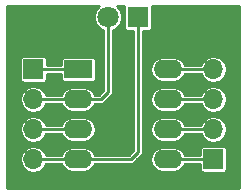
<source format=gbr>
G04 #@! TF.FileFunction,Copper,L1,Top,Signal*
%FSLAX46Y46*%
G04 Gerber Fmt 4.6, Leading zero omitted, Abs format (unit mm)*
G04 Created by KiCad (PCBNEW 4.0.7) date 06/18/18 13:49:13*
%MOMM*%
%LPD*%
G01*
G04 APERTURE LIST*
%ADD10C,0.100000*%
%ADD11R,1.800000X1.800000*%
%ADD12C,1.800000*%
%ADD13R,1.700000X1.700000*%
%ADD14O,1.700000X1.700000*%
%ADD15R,2.400000X1.600000*%
%ADD16O,2.400000X1.600000*%
%ADD17C,0.250000*%
%ADD18C,0.254000*%
G04 APERTURE END LIST*
D10*
D11*
X12065000Y15240000D03*
D12*
X9525000Y15240000D03*
D13*
X18415000Y3175000D03*
D14*
X18415000Y5715000D03*
X18415000Y8255000D03*
X18415000Y10795000D03*
D13*
X3175000Y10795000D03*
D14*
X3175000Y8255000D03*
X3175000Y5715000D03*
X3175000Y3175000D03*
D15*
X6985000Y10795000D03*
D16*
X14605000Y3175000D03*
X6985000Y8255000D03*
X14605000Y5715000D03*
X6985000Y5715000D03*
X14605000Y8255000D03*
X6985000Y3175000D03*
X14605000Y10795000D03*
D17*
X3175000Y3175000D02*
X6985000Y3175000D01*
X6985000Y3175000D02*
X11430000Y3175000D01*
X11430000Y3175000D02*
X12065000Y3810000D01*
X12065000Y3810000D02*
X12065000Y15240000D01*
X3175000Y8255000D02*
X6985000Y8255000D01*
X6985000Y8255000D02*
X8890000Y8255000D01*
X8890000Y8255000D02*
X9525000Y8890000D01*
X9525000Y8890000D02*
X9525000Y15240000D01*
X18415000Y3175000D02*
X14605000Y3175000D01*
X14605000Y5715000D02*
X18415000Y5715000D01*
X18415000Y8255000D02*
X14605000Y8255000D01*
X14605000Y10795000D02*
X18415000Y10795000D01*
X3175000Y10795000D02*
X6985000Y10795000D01*
X3175000Y5715000D02*
X6985000Y5715000D01*
D18*
G36*
X8527770Y15907588D02*
X8348205Y15475147D01*
X8347796Y15006907D01*
X8526606Y14574154D01*
X8857412Y14242770D01*
X9123000Y14132488D01*
X9123000Y9056514D01*
X8723486Y8657000D01*
X8410973Y8657000D01*
X8408954Y8667150D01*
X8175490Y9016554D01*
X7826086Y9250018D01*
X7413936Y9332000D01*
X6556064Y9332000D01*
X6143914Y9250018D01*
X5794510Y9016554D01*
X5561046Y8667150D01*
X5559027Y8657000D01*
X4244116Y8657000D01*
X4238291Y8686284D01*
X3993988Y9051909D01*
X3628363Y9296212D01*
X3197079Y9382000D01*
X3152921Y9382000D01*
X2721637Y9296212D01*
X2356012Y9051909D01*
X2111709Y8686284D01*
X2025921Y8255000D01*
X2111709Y7823716D01*
X2356012Y7458091D01*
X2721637Y7213788D01*
X3152921Y7128000D01*
X3197079Y7128000D01*
X3628363Y7213788D01*
X3993988Y7458091D01*
X4238291Y7823716D01*
X4244116Y7853000D01*
X5559027Y7853000D01*
X5561046Y7842850D01*
X5794510Y7493446D01*
X6143914Y7259982D01*
X6556064Y7178000D01*
X7413936Y7178000D01*
X7826086Y7259982D01*
X8175490Y7493446D01*
X8408954Y7842850D01*
X8410973Y7853000D01*
X8890000Y7853000D01*
X9043839Y7883600D01*
X9174257Y7970743D01*
X9809257Y8605743D01*
X9896400Y8736161D01*
X9927000Y8890000D01*
X9927000Y14132587D01*
X10190846Y14241606D01*
X10522230Y14572412D01*
X10701795Y15004853D01*
X10702204Y15473093D01*
X10523394Y15905846D01*
X10271680Y16158000D01*
X10886219Y16158000D01*
X10882574Y16140000D01*
X10882574Y14340000D01*
X10901889Y14237350D01*
X10962555Y14143073D01*
X11055120Y14079825D01*
X11165000Y14057574D01*
X11663000Y14057574D01*
X11663000Y3976514D01*
X11263486Y3577000D01*
X8410973Y3577000D01*
X8408954Y3587150D01*
X8175490Y3936554D01*
X7826086Y4170018D01*
X7413936Y4252000D01*
X6556064Y4252000D01*
X6143914Y4170018D01*
X5794510Y3936554D01*
X5561046Y3587150D01*
X5559027Y3577000D01*
X4244116Y3577000D01*
X4238291Y3606284D01*
X3993988Y3971909D01*
X3628363Y4216212D01*
X3197079Y4302000D01*
X3152921Y4302000D01*
X2721637Y4216212D01*
X2356012Y3971909D01*
X2111709Y3606284D01*
X2025921Y3175000D01*
X2111709Y2743716D01*
X2356012Y2378091D01*
X2721637Y2133788D01*
X3152921Y2048000D01*
X3197079Y2048000D01*
X3628363Y2133788D01*
X3993988Y2378091D01*
X4238291Y2743716D01*
X4244116Y2773000D01*
X5559027Y2773000D01*
X5561046Y2762850D01*
X5794510Y2413446D01*
X6143914Y2179982D01*
X6556064Y2098000D01*
X7413936Y2098000D01*
X7826086Y2179982D01*
X8175490Y2413446D01*
X8408954Y2762850D01*
X8410973Y2773000D01*
X11430000Y2773000D01*
X11583839Y2803600D01*
X11714257Y2890743D01*
X11998514Y3175000D01*
X13099064Y3175000D01*
X13181046Y2762850D01*
X13414510Y2413446D01*
X13763914Y2179982D01*
X14176064Y2098000D01*
X15033936Y2098000D01*
X15446086Y2179982D01*
X15795490Y2413446D01*
X16028954Y2762850D01*
X16030973Y2773000D01*
X17282574Y2773000D01*
X17282574Y2325000D01*
X17301889Y2222350D01*
X17362555Y2128073D01*
X17455120Y2064825D01*
X17565000Y2042574D01*
X19265000Y2042574D01*
X19367650Y2061889D01*
X19461927Y2122555D01*
X19525175Y2215120D01*
X19547426Y2325000D01*
X19547426Y4025000D01*
X19528111Y4127650D01*
X19467445Y4221927D01*
X19374880Y4285175D01*
X19265000Y4307426D01*
X17565000Y4307426D01*
X17462350Y4288111D01*
X17368073Y4227445D01*
X17304825Y4134880D01*
X17282574Y4025000D01*
X17282574Y3577000D01*
X16030973Y3577000D01*
X16028954Y3587150D01*
X15795490Y3936554D01*
X15446086Y4170018D01*
X15033936Y4252000D01*
X14176064Y4252000D01*
X13763914Y4170018D01*
X13414510Y3936554D01*
X13181046Y3587150D01*
X13099064Y3175000D01*
X11998514Y3175000D01*
X12349257Y3525743D01*
X12436400Y3656161D01*
X12467000Y3810000D01*
X12467000Y5715000D01*
X13099064Y5715000D01*
X13181046Y5302850D01*
X13414510Y4953446D01*
X13763914Y4719982D01*
X14176064Y4638000D01*
X15033936Y4638000D01*
X15446086Y4719982D01*
X15795490Y4953446D01*
X16028954Y5302850D01*
X16030973Y5313000D01*
X17345884Y5313000D01*
X17351709Y5283716D01*
X17596012Y4918091D01*
X17961637Y4673788D01*
X18392921Y4588000D01*
X18437079Y4588000D01*
X18868363Y4673788D01*
X19233988Y4918091D01*
X19478291Y5283716D01*
X19564079Y5715000D01*
X19478291Y6146284D01*
X19233988Y6511909D01*
X18868363Y6756212D01*
X18437079Y6842000D01*
X18392921Y6842000D01*
X17961637Y6756212D01*
X17596012Y6511909D01*
X17351709Y6146284D01*
X17345884Y6117000D01*
X16030973Y6117000D01*
X16028954Y6127150D01*
X15795490Y6476554D01*
X15446086Y6710018D01*
X15033936Y6792000D01*
X14176064Y6792000D01*
X13763914Y6710018D01*
X13414510Y6476554D01*
X13181046Y6127150D01*
X13099064Y5715000D01*
X12467000Y5715000D01*
X12467000Y8255000D01*
X13099064Y8255000D01*
X13181046Y7842850D01*
X13414510Y7493446D01*
X13763914Y7259982D01*
X14176064Y7178000D01*
X15033936Y7178000D01*
X15446086Y7259982D01*
X15795490Y7493446D01*
X16028954Y7842850D01*
X16030973Y7853000D01*
X17345884Y7853000D01*
X17351709Y7823716D01*
X17596012Y7458091D01*
X17961637Y7213788D01*
X18392921Y7128000D01*
X18437079Y7128000D01*
X18868363Y7213788D01*
X19233988Y7458091D01*
X19478291Y7823716D01*
X19564079Y8255000D01*
X19478291Y8686284D01*
X19233988Y9051909D01*
X18868363Y9296212D01*
X18437079Y9382000D01*
X18392921Y9382000D01*
X17961637Y9296212D01*
X17596012Y9051909D01*
X17351709Y8686284D01*
X17345884Y8657000D01*
X16030973Y8657000D01*
X16028954Y8667150D01*
X15795490Y9016554D01*
X15446086Y9250018D01*
X15033936Y9332000D01*
X14176064Y9332000D01*
X13763914Y9250018D01*
X13414510Y9016554D01*
X13181046Y8667150D01*
X13099064Y8255000D01*
X12467000Y8255000D01*
X12467000Y10795000D01*
X13099064Y10795000D01*
X13181046Y10382850D01*
X13414510Y10033446D01*
X13763914Y9799982D01*
X14176064Y9718000D01*
X15033936Y9718000D01*
X15446086Y9799982D01*
X15795490Y10033446D01*
X16028954Y10382850D01*
X16030973Y10393000D01*
X17345884Y10393000D01*
X17351709Y10363716D01*
X17596012Y9998091D01*
X17961637Y9753788D01*
X18392921Y9668000D01*
X18437079Y9668000D01*
X18868363Y9753788D01*
X19233988Y9998091D01*
X19478291Y10363716D01*
X19564079Y10795000D01*
X19478291Y11226284D01*
X19233988Y11591909D01*
X18868363Y11836212D01*
X18437079Y11922000D01*
X18392921Y11922000D01*
X17961637Y11836212D01*
X17596012Y11591909D01*
X17351709Y11226284D01*
X17345884Y11197000D01*
X16030973Y11197000D01*
X16028954Y11207150D01*
X15795490Y11556554D01*
X15446086Y11790018D01*
X15033936Y11872000D01*
X14176064Y11872000D01*
X13763914Y11790018D01*
X13414510Y11556554D01*
X13181046Y11207150D01*
X13099064Y10795000D01*
X12467000Y10795000D01*
X12467000Y14057574D01*
X12965000Y14057574D01*
X13067650Y14076889D01*
X13161927Y14137555D01*
X13225175Y14230120D01*
X13247426Y14340000D01*
X13247426Y16140000D01*
X13244039Y16158000D01*
X20603000Y16158000D01*
X20603000Y762000D01*
X987000Y762000D01*
X987000Y5715000D01*
X2025921Y5715000D01*
X2111709Y5283716D01*
X2356012Y4918091D01*
X2721637Y4673788D01*
X3152921Y4588000D01*
X3197079Y4588000D01*
X3628363Y4673788D01*
X3993988Y4918091D01*
X4238291Y5283716D01*
X4244116Y5313000D01*
X5559027Y5313000D01*
X5561046Y5302850D01*
X5794510Y4953446D01*
X6143914Y4719982D01*
X6556064Y4638000D01*
X7413936Y4638000D01*
X7826086Y4719982D01*
X8175490Y4953446D01*
X8408954Y5302850D01*
X8490936Y5715000D01*
X8408954Y6127150D01*
X8175490Y6476554D01*
X7826086Y6710018D01*
X7413936Y6792000D01*
X6556064Y6792000D01*
X6143914Y6710018D01*
X5794510Y6476554D01*
X5561046Y6127150D01*
X5559027Y6117000D01*
X4244116Y6117000D01*
X4238291Y6146284D01*
X3993988Y6511909D01*
X3628363Y6756212D01*
X3197079Y6842000D01*
X3152921Y6842000D01*
X2721637Y6756212D01*
X2356012Y6511909D01*
X2111709Y6146284D01*
X2025921Y5715000D01*
X987000Y5715000D01*
X987000Y11645000D01*
X2042574Y11645000D01*
X2042574Y9945000D01*
X2061889Y9842350D01*
X2122555Y9748073D01*
X2215120Y9684825D01*
X2325000Y9662574D01*
X4025000Y9662574D01*
X4127650Y9681889D01*
X4221927Y9742555D01*
X4285175Y9835120D01*
X4307426Y9945000D01*
X4307426Y10393000D01*
X5502574Y10393000D01*
X5502574Y9995000D01*
X5521889Y9892350D01*
X5582555Y9798073D01*
X5675120Y9734825D01*
X5785000Y9712574D01*
X8185000Y9712574D01*
X8287650Y9731889D01*
X8381927Y9792555D01*
X8445175Y9885120D01*
X8467426Y9995000D01*
X8467426Y11595000D01*
X8448111Y11697650D01*
X8387445Y11791927D01*
X8294880Y11855175D01*
X8185000Y11877426D01*
X5785000Y11877426D01*
X5682350Y11858111D01*
X5588073Y11797445D01*
X5524825Y11704880D01*
X5502574Y11595000D01*
X5502574Y11197000D01*
X4307426Y11197000D01*
X4307426Y11645000D01*
X4288111Y11747650D01*
X4227445Y11841927D01*
X4134880Y11905175D01*
X4025000Y11927426D01*
X2325000Y11927426D01*
X2222350Y11908111D01*
X2128073Y11847445D01*
X2064825Y11754880D01*
X2042574Y11645000D01*
X987000Y11645000D01*
X987000Y16158000D01*
X8778620Y16158000D01*
X8527770Y15907588D01*
X8527770Y15907588D01*
G37*
X8527770Y15907588D02*
X8348205Y15475147D01*
X8347796Y15006907D01*
X8526606Y14574154D01*
X8857412Y14242770D01*
X9123000Y14132488D01*
X9123000Y9056514D01*
X8723486Y8657000D01*
X8410973Y8657000D01*
X8408954Y8667150D01*
X8175490Y9016554D01*
X7826086Y9250018D01*
X7413936Y9332000D01*
X6556064Y9332000D01*
X6143914Y9250018D01*
X5794510Y9016554D01*
X5561046Y8667150D01*
X5559027Y8657000D01*
X4244116Y8657000D01*
X4238291Y8686284D01*
X3993988Y9051909D01*
X3628363Y9296212D01*
X3197079Y9382000D01*
X3152921Y9382000D01*
X2721637Y9296212D01*
X2356012Y9051909D01*
X2111709Y8686284D01*
X2025921Y8255000D01*
X2111709Y7823716D01*
X2356012Y7458091D01*
X2721637Y7213788D01*
X3152921Y7128000D01*
X3197079Y7128000D01*
X3628363Y7213788D01*
X3993988Y7458091D01*
X4238291Y7823716D01*
X4244116Y7853000D01*
X5559027Y7853000D01*
X5561046Y7842850D01*
X5794510Y7493446D01*
X6143914Y7259982D01*
X6556064Y7178000D01*
X7413936Y7178000D01*
X7826086Y7259982D01*
X8175490Y7493446D01*
X8408954Y7842850D01*
X8410973Y7853000D01*
X8890000Y7853000D01*
X9043839Y7883600D01*
X9174257Y7970743D01*
X9809257Y8605743D01*
X9896400Y8736161D01*
X9927000Y8890000D01*
X9927000Y14132587D01*
X10190846Y14241606D01*
X10522230Y14572412D01*
X10701795Y15004853D01*
X10702204Y15473093D01*
X10523394Y15905846D01*
X10271680Y16158000D01*
X10886219Y16158000D01*
X10882574Y16140000D01*
X10882574Y14340000D01*
X10901889Y14237350D01*
X10962555Y14143073D01*
X11055120Y14079825D01*
X11165000Y14057574D01*
X11663000Y14057574D01*
X11663000Y3976514D01*
X11263486Y3577000D01*
X8410973Y3577000D01*
X8408954Y3587150D01*
X8175490Y3936554D01*
X7826086Y4170018D01*
X7413936Y4252000D01*
X6556064Y4252000D01*
X6143914Y4170018D01*
X5794510Y3936554D01*
X5561046Y3587150D01*
X5559027Y3577000D01*
X4244116Y3577000D01*
X4238291Y3606284D01*
X3993988Y3971909D01*
X3628363Y4216212D01*
X3197079Y4302000D01*
X3152921Y4302000D01*
X2721637Y4216212D01*
X2356012Y3971909D01*
X2111709Y3606284D01*
X2025921Y3175000D01*
X2111709Y2743716D01*
X2356012Y2378091D01*
X2721637Y2133788D01*
X3152921Y2048000D01*
X3197079Y2048000D01*
X3628363Y2133788D01*
X3993988Y2378091D01*
X4238291Y2743716D01*
X4244116Y2773000D01*
X5559027Y2773000D01*
X5561046Y2762850D01*
X5794510Y2413446D01*
X6143914Y2179982D01*
X6556064Y2098000D01*
X7413936Y2098000D01*
X7826086Y2179982D01*
X8175490Y2413446D01*
X8408954Y2762850D01*
X8410973Y2773000D01*
X11430000Y2773000D01*
X11583839Y2803600D01*
X11714257Y2890743D01*
X11998514Y3175000D01*
X13099064Y3175000D01*
X13181046Y2762850D01*
X13414510Y2413446D01*
X13763914Y2179982D01*
X14176064Y2098000D01*
X15033936Y2098000D01*
X15446086Y2179982D01*
X15795490Y2413446D01*
X16028954Y2762850D01*
X16030973Y2773000D01*
X17282574Y2773000D01*
X17282574Y2325000D01*
X17301889Y2222350D01*
X17362555Y2128073D01*
X17455120Y2064825D01*
X17565000Y2042574D01*
X19265000Y2042574D01*
X19367650Y2061889D01*
X19461927Y2122555D01*
X19525175Y2215120D01*
X19547426Y2325000D01*
X19547426Y4025000D01*
X19528111Y4127650D01*
X19467445Y4221927D01*
X19374880Y4285175D01*
X19265000Y4307426D01*
X17565000Y4307426D01*
X17462350Y4288111D01*
X17368073Y4227445D01*
X17304825Y4134880D01*
X17282574Y4025000D01*
X17282574Y3577000D01*
X16030973Y3577000D01*
X16028954Y3587150D01*
X15795490Y3936554D01*
X15446086Y4170018D01*
X15033936Y4252000D01*
X14176064Y4252000D01*
X13763914Y4170018D01*
X13414510Y3936554D01*
X13181046Y3587150D01*
X13099064Y3175000D01*
X11998514Y3175000D01*
X12349257Y3525743D01*
X12436400Y3656161D01*
X12467000Y3810000D01*
X12467000Y5715000D01*
X13099064Y5715000D01*
X13181046Y5302850D01*
X13414510Y4953446D01*
X13763914Y4719982D01*
X14176064Y4638000D01*
X15033936Y4638000D01*
X15446086Y4719982D01*
X15795490Y4953446D01*
X16028954Y5302850D01*
X16030973Y5313000D01*
X17345884Y5313000D01*
X17351709Y5283716D01*
X17596012Y4918091D01*
X17961637Y4673788D01*
X18392921Y4588000D01*
X18437079Y4588000D01*
X18868363Y4673788D01*
X19233988Y4918091D01*
X19478291Y5283716D01*
X19564079Y5715000D01*
X19478291Y6146284D01*
X19233988Y6511909D01*
X18868363Y6756212D01*
X18437079Y6842000D01*
X18392921Y6842000D01*
X17961637Y6756212D01*
X17596012Y6511909D01*
X17351709Y6146284D01*
X17345884Y6117000D01*
X16030973Y6117000D01*
X16028954Y6127150D01*
X15795490Y6476554D01*
X15446086Y6710018D01*
X15033936Y6792000D01*
X14176064Y6792000D01*
X13763914Y6710018D01*
X13414510Y6476554D01*
X13181046Y6127150D01*
X13099064Y5715000D01*
X12467000Y5715000D01*
X12467000Y8255000D01*
X13099064Y8255000D01*
X13181046Y7842850D01*
X13414510Y7493446D01*
X13763914Y7259982D01*
X14176064Y7178000D01*
X15033936Y7178000D01*
X15446086Y7259982D01*
X15795490Y7493446D01*
X16028954Y7842850D01*
X16030973Y7853000D01*
X17345884Y7853000D01*
X17351709Y7823716D01*
X17596012Y7458091D01*
X17961637Y7213788D01*
X18392921Y7128000D01*
X18437079Y7128000D01*
X18868363Y7213788D01*
X19233988Y7458091D01*
X19478291Y7823716D01*
X19564079Y8255000D01*
X19478291Y8686284D01*
X19233988Y9051909D01*
X18868363Y9296212D01*
X18437079Y9382000D01*
X18392921Y9382000D01*
X17961637Y9296212D01*
X17596012Y9051909D01*
X17351709Y8686284D01*
X17345884Y8657000D01*
X16030973Y8657000D01*
X16028954Y8667150D01*
X15795490Y9016554D01*
X15446086Y9250018D01*
X15033936Y9332000D01*
X14176064Y9332000D01*
X13763914Y9250018D01*
X13414510Y9016554D01*
X13181046Y8667150D01*
X13099064Y8255000D01*
X12467000Y8255000D01*
X12467000Y10795000D01*
X13099064Y10795000D01*
X13181046Y10382850D01*
X13414510Y10033446D01*
X13763914Y9799982D01*
X14176064Y9718000D01*
X15033936Y9718000D01*
X15446086Y9799982D01*
X15795490Y10033446D01*
X16028954Y10382850D01*
X16030973Y10393000D01*
X17345884Y10393000D01*
X17351709Y10363716D01*
X17596012Y9998091D01*
X17961637Y9753788D01*
X18392921Y9668000D01*
X18437079Y9668000D01*
X18868363Y9753788D01*
X19233988Y9998091D01*
X19478291Y10363716D01*
X19564079Y10795000D01*
X19478291Y11226284D01*
X19233988Y11591909D01*
X18868363Y11836212D01*
X18437079Y11922000D01*
X18392921Y11922000D01*
X17961637Y11836212D01*
X17596012Y11591909D01*
X17351709Y11226284D01*
X17345884Y11197000D01*
X16030973Y11197000D01*
X16028954Y11207150D01*
X15795490Y11556554D01*
X15446086Y11790018D01*
X15033936Y11872000D01*
X14176064Y11872000D01*
X13763914Y11790018D01*
X13414510Y11556554D01*
X13181046Y11207150D01*
X13099064Y10795000D01*
X12467000Y10795000D01*
X12467000Y14057574D01*
X12965000Y14057574D01*
X13067650Y14076889D01*
X13161927Y14137555D01*
X13225175Y14230120D01*
X13247426Y14340000D01*
X13247426Y16140000D01*
X13244039Y16158000D01*
X20603000Y16158000D01*
X20603000Y762000D01*
X987000Y762000D01*
X987000Y5715000D01*
X2025921Y5715000D01*
X2111709Y5283716D01*
X2356012Y4918091D01*
X2721637Y4673788D01*
X3152921Y4588000D01*
X3197079Y4588000D01*
X3628363Y4673788D01*
X3993988Y4918091D01*
X4238291Y5283716D01*
X4244116Y5313000D01*
X5559027Y5313000D01*
X5561046Y5302850D01*
X5794510Y4953446D01*
X6143914Y4719982D01*
X6556064Y4638000D01*
X7413936Y4638000D01*
X7826086Y4719982D01*
X8175490Y4953446D01*
X8408954Y5302850D01*
X8490936Y5715000D01*
X8408954Y6127150D01*
X8175490Y6476554D01*
X7826086Y6710018D01*
X7413936Y6792000D01*
X6556064Y6792000D01*
X6143914Y6710018D01*
X5794510Y6476554D01*
X5561046Y6127150D01*
X5559027Y6117000D01*
X4244116Y6117000D01*
X4238291Y6146284D01*
X3993988Y6511909D01*
X3628363Y6756212D01*
X3197079Y6842000D01*
X3152921Y6842000D01*
X2721637Y6756212D01*
X2356012Y6511909D01*
X2111709Y6146284D01*
X2025921Y5715000D01*
X987000Y5715000D01*
X987000Y11645000D01*
X2042574Y11645000D01*
X2042574Y9945000D01*
X2061889Y9842350D01*
X2122555Y9748073D01*
X2215120Y9684825D01*
X2325000Y9662574D01*
X4025000Y9662574D01*
X4127650Y9681889D01*
X4221927Y9742555D01*
X4285175Y9835120D01*
X4307426Y9945000D01*
X4307426Y10393000D01*
X5502574Y10393000D01*
X5502574Y9995000D01*
X5521889Y9892350D01*
X5582555Y9798073D01*
X5675120Y9734825D01*
X5785000Y9712574D01*
X8185000Y9712574D01*
X8287650Y9731889D01*
X8381927Y9792555D01*
X8445175Y9885120D01*
X8467426Y9995000D01*
X8467426Y11595000D01*
X8448111Y11697650D01*
X8387445Y11791927D01*
X8294880Y11855175D01*
X8185000Y11877426D01*
X5785000Y11877426D01*
X5682350Y11858111D01*
X5588073Y11797445D01*
X5524825Y11704880D01*
X5502574Y11595000D01*
X5502574Y11197000D01*
X4307426Y11197000D01*
X4307426Y11645000D01*
X4288111Y11747650D01*
X4227445Y11841927D01*
X4134880Y11905175D01*
X4025000Y11927426D01*
X2325000Y11927426D01*
X2222350Y11908111D01*
X2128073Y11847445D01*
X2064825Y11754880D01*
X2042574Y11645000D01*
X987000Y11645000D01*
X987000Y16158000D01*
X8778620Y16158000D01*
X8527770Y15907588D01*
M02*

</source>
